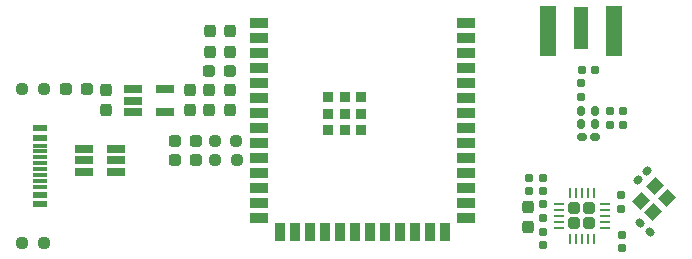
<source format=gbr>
%TF.GenerationSoftware,KiCad,Pcbnew,7.0.7*%
%TF.CreationDate,2023-08-31T19:54:10+02:00*%
%TF.ProjectId,ESPxRF,45535078-5246-42e6-9b69-6361645f7063,rev?*%
%TF.SameCoordinates,Original*%
%TF.FileFunction,Paste,Top*%
%TF.FilePolarity,Positive*%
%FSLAX46Y46*%
G04 Gerber Fmt 4.6, Leading zero omitted, Abs format (unit mm)*
G04 Created by KiCad (PCBNEW 7.0.7) date 2023-08-31 19:54:10*
%MOMM*%
%LPD*%
G01*
G04 APERTURE LIST*
G04 Aperture macros list*
%AMRoundRect*
0 Rectangle with rounded corners*
0 $1 Rounding radius*
0 $2 $3 $4 $5 $6 $7 $8 $9 X,Y pos of 4 corners*
0 Add a 4 corners polygon primitive as box body*
4,1,4,$2,$3,$4,$5,$6,$7,$8,$9,$2,$3,0*
0 Add four circle primitives for the rounded corners*
1,1,$1+$1,$2,$3*
1,1,$1+$1,$4,$5*
1,1,$1+$1,$6,$7*
1,1,$1+$1,$8,$9*
0 Add four rect primitives between the rounded corners*
20,1,$1+$1,$2,$3,$4,$5,0*
20,1,$1+$1,$4,$5,$6,$7,0*
20,1,$1+$1,$6,$7,$8,$9,0*
20,1,$1+$1,$8,$9,$2,$3,0*%
%AMRotRect*
0 Rectangle, with rotation*
0 The origin of the aperture is its center*
0 $1 length*
0 $2 width*
0 $3 Rotation angle, in degrees counterclockwise*
0 Add horizontal line*
21,1,$1,$2,0,0,$3*%
G04 Aperture macros list end*
%ADD10RoundRect,0.237500X0.237500X-0.300000X0.237500X0.300000X-0.237500X0.300000X-0.237500X-0.300000X0*%
%ADD11RoundRect,0.155000X-0.212500X-0.155000X0.212500X-0.155000X0.212500X0.155000X-0.212500X0.155000X0*%
%ADD12RotRect,1.150000X1.000000X225.000000*%
%ADD13RoundRect,0.237500X-0.237500X0.300000X-0.237500X-0.300000X0.237500X-0.300000X0.237500X0.300000X0*%
%ADD14RoundRect,0.237500X-0.287500X-0.237500X0.287500X-0.237500X0.287500X0.237500X-0.287500X0.237500X0*%
%ADD15RoundRect,0.155000X0.155000X-0.212500X0.155000X0.212500X-0.155000X0.212500X-0.155000X-0.212500X0*%
%ADD16RoundRect,0.160000X0.160000X-0.222500X0.160000X0.222500X-0.160000X0.222500X-0.160000X-0.222500X0*%
%ADD17RoundRect,0.160000X-0.160000X0.197500X-0.160000X-0.197500X0.160000X-0.197500X0.160000X0.197500X0*%
%ADD18R,1.500000X0.900000*%
%ADD19R,0.900000X1.500000*%
%ADD20R,0.900000X0.900000*%
%ADD21RoundRect,0.160000X-0.222500X-0.160000X0.222500X-0.160000X0.222500X0.160000X-0.222500X0.160000X0*%
%ADD22RoundRect,0.155000X-0.040659X-0.259862X0.259862X0.040659X0.040659X0.259862X-0.259862X-0.040659X0*%
%ADD23RoundRect,0.155000X-0.259862X0.040659X0.040659X-0.259862X0.259862X-0.040659X-0.040659X0.259862X0*%
%ADD24RoundRect,0.237500X0.250000X0.237500X-0.250000X0.237500X-0.250000X-0.237500X0.250000X-0.237500X0*%
%ADD25RoundRect,0.155000X-0.155000X0.212500X-0.155000X-0.212500X0.155000X-0.212500X0.155000X0.212500X0*%
%ADD26R,1.560000X0.650000*%
%ADD27RoundRect,0.160000X-0.197500X-0.160000X0.197500X-0.160000X0.197500X0.160000X-0.197500X0.160000X0*%
%ADD28RoundRect,0.237500X-0.250000X-0.237500X0.250000X-0.237500X0.250000X0.237500X-0.250000X0.237500X0*%
%ADD29RoundRect,0.155000X0.212500X0.155000X-0.212500X0.155000X-0.212500X-0.155000X0.212500X-0.155000X0*%
%ADD30R,1.150000X0.600000*%
%ADD31R,1.150000X0.300000*%
%ADD32R,1.270000X3.600000*%
%ADD33R,1.350000X4.200000*%
%ADD34RoundRect,0.250000X0.255000X-0.255000X0.255000X0.255000X-0.255000X0.255000X-0.255000X-0.255000X0*%
%ADD35RoundRect,0.062500X0.062500X-0.350000X0.062500X0.350000X-0.062500X0.350000X-0.062500X-0.350000X0*%
%ADD36RoundRect,0.062500X0.350000X-0.062500X0.350000X0.062500X-0.350000X0.062500X-0.350000X-0.062500X0*%
G04 APERTURE END LIST*
D10*
%TO.C,C14*%
X109715000Y-63162500D03*
X109715000Y-61437500D03*
%TD*%
D11*
%TO.C,C11*%
X141915000Y-69353749D03*
X143050000Y-69353749D03*
%TD*%
D12*
%TO.C,Y1*%
X145765000Y-74546307D03*
X144527563Y-75783744D03*
X145517512Y-76773693D03*
X146754949Y-75536256D03*
%TD*%
D13*
%TO.C,C8*%
X109765000Y-66410000D03*
X109765000Y-68135000D03*
%TD*%
%TO.C,C7*%
X107965000Y-66410000D03*
X107965000Y-68135000D03*
%TD*%
D11*
%TO.C,C10*%
X139515000Y-64726250D03*
X140650000Y-64726250D03*
%TD*%
D14*
%TO.C,F1*%
X95890000Y-66360000D03*
X97640000Y-66360000D03*
%TD*%
D13*
%TO.C,C6*%
X106365000Y-66410000D03*
X106365000Y-68135000D03*
%TD*%
D15*
%TO.C,C9*%
X139482500Y-66993750D03*
X139482500Y-65858750D03*
%TD*%
D16*
%TO.C,L4*%
X140682500Y-69298750D03*
X140682500Y-68153750D03*
%TD*%
D10*
%TO.C,C1*%
X134964999Y-78022500D03*
X134964999Y-76297500D03*
%TD*%
D17*
%TO.C,R6*%
X142865000Y-75259999D03*
X142865000Y-76454999D03*
%TD*%
D15*
%TO.C,C3*%
X136265000Y-77227500D03*
X136265000Y-76092500D03*
%TD*%
%TO.C,C4*%
X142965000Y-79827500D03*
X142965000Y-78692500D03*
%TD*%
D18*
%TO.C,U4*%
X112215000Y-60700000D03*
X112215000Y-61970000D03*
X112215000Y-63240000D03*
X112215000Y-64510000D03*
X112215000Y-65780000D03*
X112215000Y-67050000D03*
X112215000Y-68320000D03*
X112215000Y-69590000D03*
X112215000Y-70860000D03*
X112215000Y-72130000D03*
X112215000Y-73400000D03*
X112215000Y-74670000D03*
X112215000Y-75940000D03*
X112215000Y-77210000D03*
D19*
X113980000Y-78460000D03*
X115250000Y-78460000D03*
X116520000Y-78460000D03*
X117790000Y-78460000D03*
X119060000Y-78460000D03*
X120330000Y-78460000D03*
X121600000Y-78460000D03*
X122870000Y-78460000D03*
X124140000Y-78460000D03*
X125410000Y-78460000D03*
X126680000Y-78460000D03*
X127950000Y-78460000D03*
D18*
X129715000Y-77210000D03*
X129715000Y-75940000D03*
X129715000Y-74670000D03*
X129715000Y-73400000D03*
X129715000Y-72130000D03*
X129715000Y-70860000D03*
X129715000Y-69590000D03*
X129715000Y-68320000D03*
X129715000Y-67050000D03*
X129715000Y-65780000D03*
X129715000Y-64510000D03*
X129715000Y-63240000D03*
X129715000Y-61970000D03*
X129715000Y-60700000D03*
D20*
X119465000Y-68420000D03*
X118065000Y-68420000D03*
X120865000Y-68420000D03*
X118065000Y-69820000D03*
X119465000Y-69820000D03*
X120865000Y-69820000D03*
X118065000Y-67020000D03*
X119465000Y-67020000D03*
X120865000Y-67020000D03*
%TD*%
D21*
%TO.C,L3*%
X139510000Y-70426250D03*
X140655000Y-70426250D03*
%TD*%
D22*
%TO.C,C16*%
X144263717Y-74061283D03*
X145066283Y-73258717D03*
%TD*%
D14*
%TO.C,L1*%
X107990000Y-64772500D03*
X109740000Y-64772500D03*
%TD*%
D23*
%TO.C,C17*%
X144463717Y-77658718D03*
X145266283Y-78461284D03*
%TD*%
D24*
%TO.C,R2*%
X110327500Y-72360000D03*
X108502500Y-72360000D03*
%TD*%
D11*
%TO.C,C12*%
X141915000Y-68153750D03*
X143050000Y-68153750D03*
%TD*%
D25*
%TO.C,C15*%
X136265000Y-78392500D03*
X136265000Y-79527500D03*
%TD*%
D26*
%TO.C,U1*%
X101520000Y-66360000D03*
X101520000Y-67310000D03*
X101520000Y-68260000D03*
X104220000Y-68260000D03*
X104220000Y-66360000D03*
%TD*%
D14*
%TO.C,D1*%
X105090000Y-70760000D03*
X106840000Y-70760000D03*
%TD*%
D27*
%TO.C,R5*%
X135067500Y-74960000D03*
X136262500Y-74960000D03*
%TD*%
D14*
%TO.C,D2*%
X105115000Y-72360000D03*
X106865000Y-72360000D03*
%TD*%
D28*
%TO.C,R4*%
X92152500Y-66360000D03*
X93977500Y-66360000D03*
%TD*%
D29*
%TO.C,C2*%
X136232500Y-73860000D03*
X135097500Y-73860000D03*
%TD*%
D30*
%TO.C,J1*%
X93655000Y-69660000D03*
X93655000Y-70460000D03*
D31*
X93655000Y-71610000D03*
X93655000Y-72610000D03*
X93655000Y-73110000D03*
X93655000Y-74110000D03*
D30*
X93655000Y-75260000D03*
X93655000Y-76060000D03*
X93655000Y-76060000D03*
X93655000Y-75260000D03*
D31*
X93655000Y-74610000D03*
X93655000Y-73610000D03*
X93655000Y-72110000D03*
X93655000Y-71110000D03*
D30*
X93655000Y-70460000D03*
X93655000Y-69660000D03*
%TD*%
D26*
%TO.C,U3*%
X97415000Y-71410000D03*
X97415000Y-72360000D03*
X97415000Y-73310000D03*
X100115000Y-73310000D03*
X100115000Y-72360000D03*
X100115000Y-71410000D03*
%TD*%
D16*
%TO.C,L2*%
X139482500Y-69298750D03*
X139482500Y-68153750D03*
%TD*%
D10*
%TO.C,C13*%
X108015000Y-63162500D03*
X108015000Y-61437500D03*
%TD*%
D32*
%TO.C,J2*%
X139450000Y-61188750D03*
D33*
X142275000Y-61388750D03*
X136625000Y-61388750D03*
%TD*%
D34*
%TO.C,U2*%
X138902500Y-77685000D03*
X140152500Y-77685000D03*
X138902500Y-76435000D03*
X140152500Y-76435000D03*
D35*
X138527500Y-78997500D03*
X139027500Y-78997500D03*
X139527500Y-78997500D03*
X140027500Y-78997500D03*
X140527500Y-78997500D03*
D36*
X141465000Y-78060000D03*
X141465000Y-77560000D03*
X141465000Y-77060000D03*
X141465000Y-76560000D03*
X141465000Y-76060000D03*
D35*
X140527500Y-75122500D03*
X140027500Y-75122500D03*
X139527500Y-75122500D03*
X139027500Y-75122500D03*
X138527500Y-75122500D03*
D36*
X137590000Y-76060000D03*
X137590000Y-76560000D03*
X137590000Y-77060000D03*
X137590000Y-77560000D03*
X137590000Y-78060000D03*
%TD*%
D13*
%TO.C,C5*%
X99265000Y-66410000D03*
X99265000Y-68135000D03*
%TD*%
D28*
%TO.C,R3*%
X92152500Y-79360000D03*
X93977500Y-79360000D03*
%TD*%
D24*
%TO.C,R1*%
X110277500Y-70760000D03*
X108452500Y-70760000D03*
%TD*%
M02*

</source>
